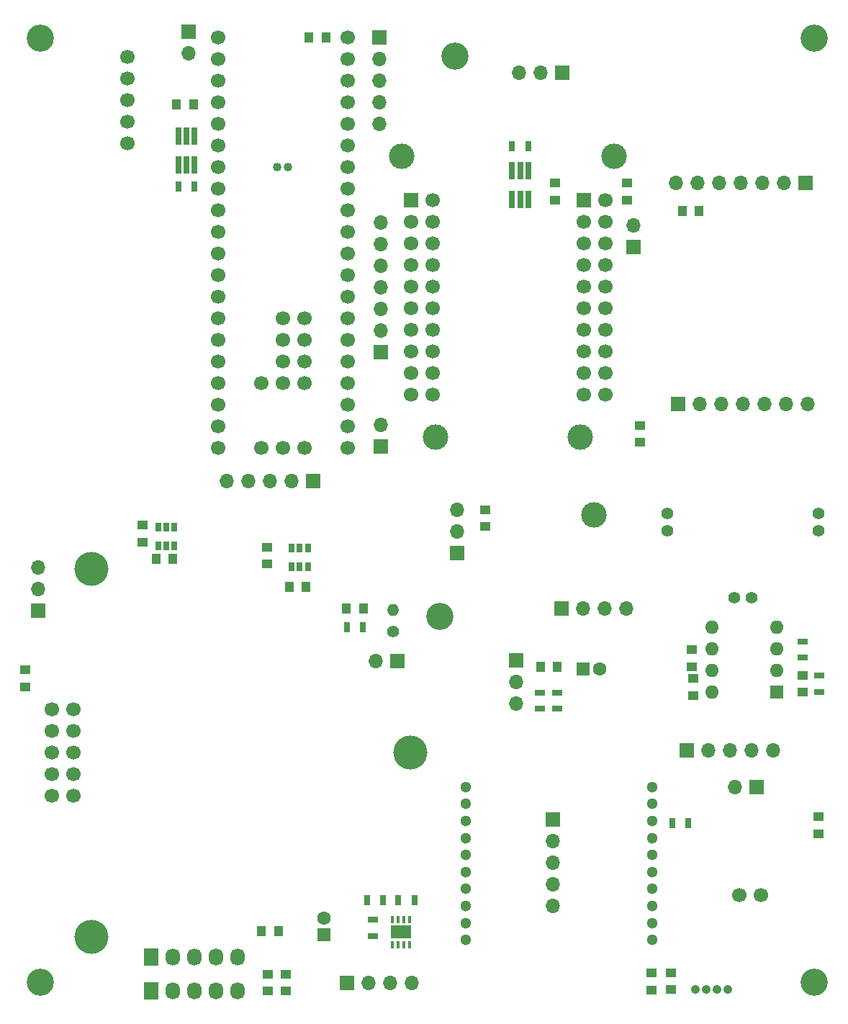
<source format=gts>
G04 #@! TF.FileFunction,Soldermask,Top*
%FSLAX46Y46*%
G04 Gerber Fmt 4.6, Leading zero omitted, Abs format (unit mm)*
G04 Created by KiCad (PCBNEW 4.0.6) date 10/30/17 03:38:26*
%MOMM*%
%LPD*%
G01*
G04 APERTURE LIST*
%ADD10C,0.100000*%
%ADD11R,1.700000X1.700000*%
%ADD12O,1.700000X1.700000*%
%ADD13C,1.400000*%
%ADD14O,1.400000X1.400000*%
%ADD15R,0.650000X1.060000*%
%ADD16R,1.600000X1.600000*%
%ADD17O,1.600000X1.600000*%
%ADD18R,1.727200X2.032000*%
%ADD19O,1.727200X2.032000*%
%ADD20R,0.700000X1.300000*%
%ADD21C,3.000000*%
%ADD22C,1.700000*%
%ADD23C,4.000000*%
%ADD24C,1.050000*%
%ADD25C,1.300000*%
%ADD26C,1.020000*%
%ADD27R,0.350000X0.850000*%
%ADD28R,2.400000X1.650000*%
%ADD29R,0.650000X2.000000*%
%ADD30R,1.250000X1.000000*%
%ADD31R,1.000000X1.250000*%
%ADD32R,1.300000X0.700000*%
%ADD33C,3.200000*%
%ADD34C,1.600000*%
G04 APERTURE END LIST*
D10*
D11*
X79000000Y30250000D03*
D12*
X81540000Y30250000D03*
X84080000Y30250000D03*
X86620000Y30250000D03*
X89160000Y30250000D03*
D11*
X87250000Y26000000D03*
D12*
X84710000Y26000000D03*
D13*
X44500000Y44250000D03*
D14*
X44500000Y46790000D03*
D15*
X16850000Y54300000D03*
X17800000Y54300000D03*
X18750000Y54300000D03*
X18750000Y56500000D03*
X16850000Y56500000D03*
X17800000Y56500000D03*
X32550000Y51900000D03*
X33500000Y51900000D03*
X34450000Y51900000D03*
X34450000Y54100000D03*
X32550000Y54100000D03*
X33500000Y54100000D03*
D16*
X89625000Y37125000D03*
D17*
X82005000Y44745000D03*
X89625000Y39665000D03*
X82005000Y42205000D03*
X89625000Y42205000D03*
X82005000Y39665000D03*
X89625000Y44745000D03*
X82005000Y37125000D03*
D18*
X16000000Y6000000D03*
D19*
X18540000Y6000000D03*
X21080000Y6000000D03*
X23620000Y6000000D03*
X26160000Y6000000D03*
D18*
X16000000Y2000000D03*
D19*
X18540000Y2000000D03*
X21080000Y2000000D03*
X23620000Y2000000D03*
X26160000Y2000000D03*
D11*
X72750000Y89500000D03*
D12*
X72750000Y92040000D03*
D11*
X43000000Y66000000D03*
D12*
X43000000Y68540000D03*
D11*
X45000000Y40750000D03*
D12*
X42460000Y40750000D03*
D11*
X58930000Y40860000D03*
D12*
X58930000Y38320000D03*
X58930000Y35780000D03*
D11*
X35050000Y61950000D03*
D12*
X32510000Y61950000D03*
X29970000Y61950000D03*
X27430000Y61950000D03*
X24890000Y61950000D03*
D11*
X2750000Y46750000D03*
D12*
X2750000Y49290000D03*
X2750000Y51830000D03*
D11*
X20400000Y114800000D03*
D12*
X20400000Y112260000D03*
D20*
X19250000Y96600000D03*
X21150000Y96600000D03*
D21*
X66500000Y67140000D03*
X49500000Y67140000D03*
X70500000Y100160000D03*
X45500000Y100160000D03*
D11*
X46570000Y95000000D03*
D22*
X49110000Y95000000D03*
X46570000Y92460000D03*
X49110000Y92460000D03*
X46570000Y89920000D03*
X49110000Y89920000D03*
X46570000Y87380000D03*
X49110000Y87380000D03*
X46570000Y84840000D03*
X49110000Y84840000D03*
X46570000Y82300000D03*
X49110000Y82300000D03*
X46570000Y79760000D03*
X49110000Y79760000D03*
X46570000Y77220000D03*
X49110000Y77220000D03*
X46570000Y74680000D03*
X49110000Y74680000D03*
X46570000Y72140000D03*
X49110000Y72140000D03*
D11*
X66890000Y95000000D03*
D22*
X69430000Y95000000D03*
X66890000Y92460000D03*
X69430000Y92460000D03*
X66890000Y89920000D03*
X69430000Y89920000D03*
X66890000Y87380000D03*
X69430000Y87380000D03*
X66890000Y84840000D03*
X69430000Y84840000D03*
X66890000Y82300000D03*
X69430000Y82300000D03*
X66890000Y79760000D03*
X69430000Y79760000D03*
X66890000Y77220000D03*
X69430000Y77220000D03*
X66890000Y74680000D03*
X69430000Y74680000D03*
X66890000Y72140000D03*
X69430000Y72140000D03*
D11*
X52000000Y53500000D03*
D12*
X52000000Y56040000D03*
X52000000Y58580000D03*
D22*
X85230000Y13250000D03*
X87770000Y13250000D03*
D13*
X84625000Y48235000D03*
X86625000Y48235000D03*
X76735000Y56125000D03*
X76735000Y58125000D03*
X94515000Y56125000D03*
X94515000Y58125000D03*
D22*
X6900000Y35080000D03*
X4360000Y35080000D03*
X6900000Y32540000D03*
X4360000Y32540000D03*
X6900000Y30000000D03*
X4360000Y30000000D03*
X6900000Y27460000D03*
X4360000Y27460000D03*
X6900000Y24920000D03*
X4360000Y24920000D03*
D23*
X46500000Y30000000D03*
X9000000Y8350000D03*
X9000000Y51650000D03*
D24*
X80070000Y2160000D03*
X81340000Y2160000D03*
X82610000Y2160000D03*
X83880000Y2160000D03*
D11*
X78000000Y71000000D03*
D12*
X80540000Y71000000D03*
X83080000Y71000000D03*
X85620000Y71000000D03*
X88160000Y71000000D03*
X90700000Y71000000D03*
X93240000Y71000000D03*
D11*
X93000000Y97000000D03*
D12*
X90460000Y97000000D03*
X87920000Y97000000D03*
X85380000Y97000000D03*
X82840000Y97000000D03*
X80300000Y97000000D03*
X77760000Y97000000D03*
D25*
X75000000Y8000000D03*
X75000000Y10000000D03*
X75000000Y12000000D03*
X75000000Y14000000D03*
X75000000Y16000000D03*
X75000000Y18000000D03*
X75000000Y20000000D03*
X75000000Y22000000D03*
X75000000Y24000000D03*
X75000000Y26000000D03*
X53000000Y26000000D03*
X53000000Y24000000D03*
X53000000Y22000000D03*
X53000000Y20000000D03*
X53000000Y18000000D03*
X53000000Y16000000D03*
X53000000Y14000000D03*
X53000000Y12000000D03*
X53000000Y10000000D03*
X53000000Y8000000D03*
D22*
X13200000Y111800000D03*
X13200000Y109260000D03*
X13200000Y106720000D03*
X13200000Y104180000D03*
X13200000Y101640000D03*
D11*
X64250000Y47000000D03*
D12*
X66790000Y47000000D03*
X69330000Y47000000D03*
X71870000Y47000000D03*
D21*
X68060000Y58000000D03*
D26*
X32135000Y98890000D03*
X30865000Y98890000D03*
X30865000Y98890000D03*
X32135000Y98890000D03*
X32135000Y98890000D03*
X30865000Y98890000D03*
X30865000Y98890000D03*
X32135000Y98890000D03*
D22*
X23880000Y114130000D03*
X23880000Y111590000D03*
X23880000Y109050000D03*
X23880000Y106510000D03*
X23880000Y103970000D03*
X23880000Y101430000D03*
X23880000Y98890000D03*
X23880000Y96350000D03*
X23880000Y93810000D03*
X23880000Y91270000D03*
X23880000Y88730000D03*
X23880000Y86190000D03*
X23880000Y83650000D03*
X23880000Y81110000D03*
X23880000Y78570000D03*
X23880000Y76030000D03*
X23880000Y73490000D03*
X23880000Y70950000D03*
X23880000Y68410000D03*
X23880000Y65870000D03*
X28960000Y65870000D03*
X31500000Y65870000D03*
X34040000Y65870000D03*
X31500000Y81110000D03*
X34040000Y81110000D03*
X31500000Y78570000D03*
X34040000Y78570000D03*
X31500000Y76030000D03*
X34040000Y76030000D03*
X28960000Y73490000D03*
X31500000Y73490000D03*
X34040000Y73490000D03*
X39120000Y65870000D03*
X39120000Y68410000D03*
X39120000Y70950000D03*
X39120000Y73490000D03*
X39120000Y76030000D03*
X39120000Y78570000D03*
X39120000Y81110000D03*
X39120000Y83650000D03*
X39120000Y86190000D03*
X39120000Y88730000D03*
X39120000Y91270000D03*
X39120000Y93810000D03*
X39120000Y96350000D03*
X39120000Y98890000D03*
X39120000Y101430000D03*
X39120000Y103970000D03*
X39120000Y106510000D03*
X39120000Y109050000D03*
X39120000Y111590000D03*
X39120000Y114130000D03*
D11*
X39090000Y2920000D03*
D12*
X41630000Y2920000D03*
X44170000Y2920000D03*
X46710000Y2920000D03*
D20*
X60380000Y101290000D03*
X58480000Y101290000D03*
D11*
X63240000Y22200000D03*
D12*
X63240000Y19660000D03*
X63240000Y17120000D03*
X63240000Y14580000D03*
X63240000Y12040000D03*
D27*
X46385000Y10395000D03*
X45735000Y10395000D03*
X45085000Y10395000D03*
X44435000Y10395000D03*
X44435000Y7445000D03*
X45085000Y7445000D03*
X45735000Y7445000D03*
X46385000Y7445000D03*
D28*
X45410000Y8920000D03*
D11*
X42910000Y114120000D03*
D12*
X42910000Y111580000D03*
X42910000Y109040000D03*
X42910000Y106500000D03*
X42910000Y103960000D03*
D29*
X21150000Y102510000D03*
X20200000Y102510000D03*
X19250000Y102510000D03*
X19250000Y99090000D03*
X20200000Y99090000D03*
X21150000Y99090000D03*
X58480000Y95030000D03*
X59430000Y95030000D03*
X60380000Y95030000D03*
X60380000Y98450000D03*
X59430000Y98450000D03*
X58480000Y98450000D03*
D30*
X29720000Y1990000D03*
X29720000Y3990000D03*
X31880000Y1990000D03*
X31880000Y3990000D03*
X79625000Y40125000D03*
X79625000Y42125000D03*
X92625000Y37125000D03*
X92625000Y39125000D03*
X74840000Y2130000D03*
X74840000Y4130000D03*
X73500000Y68500000D03*
X73500000Y66500000D03*
D31*
X80500000Y93700000D03*
X78500000Y93700000D03*
D30*
X55290000Y58580000D03*
X55290000Y56580000D03*
X94500000Y20500000D03*
X94500000Y22500000D03*
D31*
X41000000Y47000000D03*
X39000000Y47000000D03*
X63800000Y40130000D03*
X61800000Y40130000D03*
X19000000Y106200000D03*
X21000000Y106200000D03*
D30*
X1250000Y37750000D03*
X1250000Y39750000D03*
X79750000Y36750000D03*
X79750000Y38750000D03*
X63570000Y95000000D03*
X63570000Y97000000D03*
X72000000Y97000000D03*
X72000000Y95000000D03*
X77140000Y2150000D03*
X77140000Y4150000D03*
D31*
X36600000Y114110000D03*
X34600000Y114110000D03*
X16600000Y52800000D03*
X18600000Y52800000D03*
X32250000Y49500000D03*
X34250000Y49500000D03*
D30*
X15000000Y56800000D03*
X15000000Y54800000D03*
X29700000Y54200000D03*
X29700000Y52200000D03*
D31*
X29000000Y9000000D03*
X31000000Y9000000D03*
D20*
X40950000Y44750000D03*
X39050000Y44750000D03*
X79200000Y21750000D03*
X77300000Y21750000D03*
D32*
X94625000Y37175000D03*
X94625000Y39075000D03*
X63750000Y35190000D03*
X63750000Y37090000D03*
X61730000Y35190000D03*
X61730000Y37090000D03*
X92625000Y41175000D03*
X92625000Y43075000D03*
D20*
X45110000Y12700000D03*
X47010000Y12700000D03*
X41410000Y12690000D03*
X43310000Y12690000D03*
D32*
X42140000Y10370000D03*
X42140000Y8470000D03*
D33*
X3000000Y3000000D03*
X94000000Y114000000D03*
X51760000Y111880000D03*
X50000000Y46000000D03*
X3000000Y114000000D03*
X94000000Y3000000D03*
D16*
X66790000Y39870000D03*
D34*
X68790000Y39870000D03*
D16*
X36350000Y8600000D03*
D34*
X36350000Y10600000D03*
D11*
X43010000Y77110000D03*
D12*
X43010000Y79650000D03*
X43010000Y82190000D03*
X43010000Y84730000D03*
X43010000Y87270000D03*
X43010000Y89810000D03*
X43010000Y92350000D03*
D11*
X64410000Y109980000D03*
D12*
X61870000Y109980000D03*
X59330000Y109980000D03*
M02*

</source>
